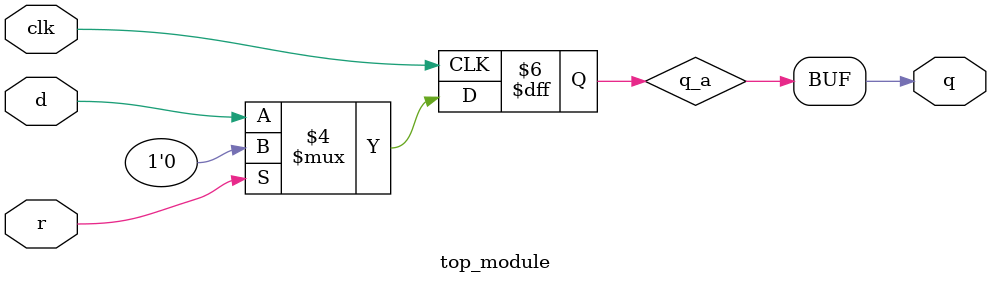
<source format=v>
module top_module (
    input  clk,
    input  d  ,
    input  r  , // synchronous reset
    output q
);
    reg q_a;
    always @(posedge clk  ) begin
        if(r == 1'b1)
            q_a <= 1'b0;
        else
            q_a <= d;

    end
    assign q = q_a;
endmodule

</source>
